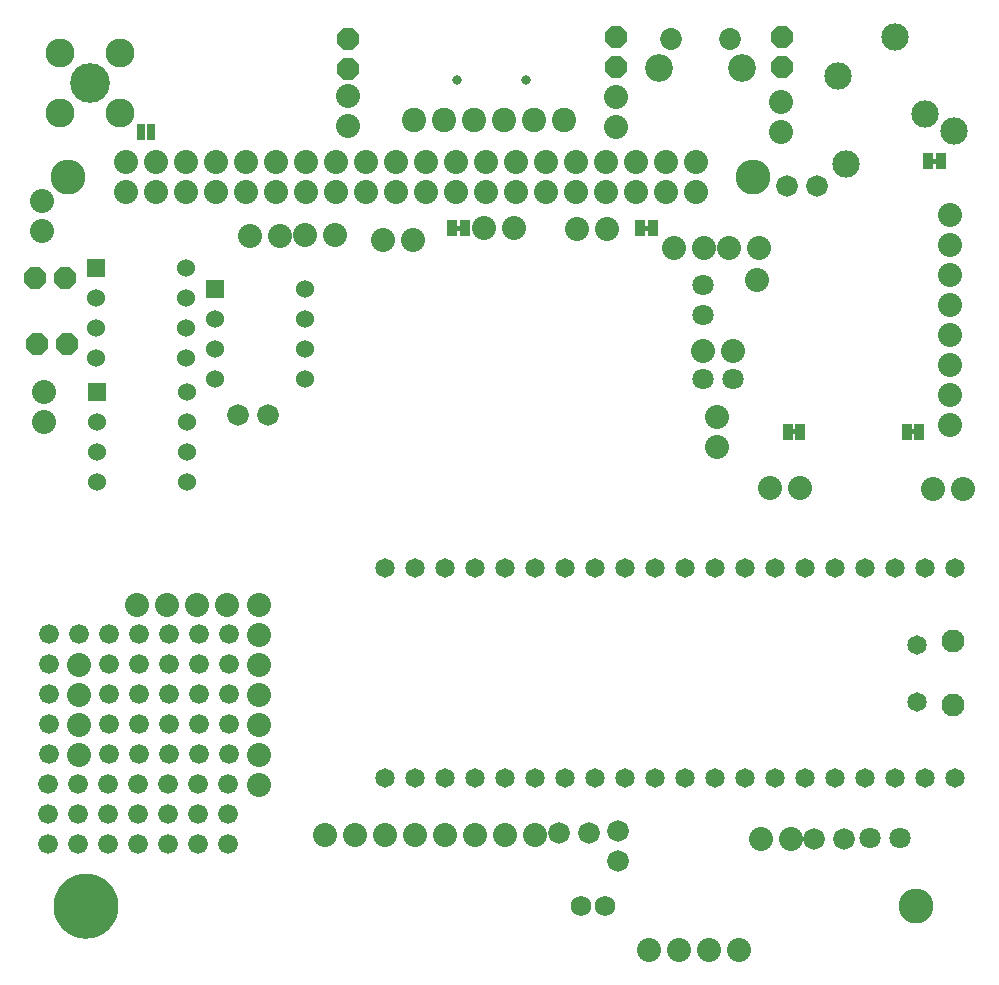
<source format=gbs>
G75*
%MOIN*%
%OFA0B0*%
%FSLAX25Y25*%
%IPPOS*%
%LPD*%
%AMOC8*
5,1,8,0,0,1.08239X$1,22.5*
%
%ADD10C,0.11624*%
%ADD11C,0.05000*%
%ADD12C,0.08000*%
%ADD13C,0.09600*%
%ADD14C,0.13261*%
%ADD15OC8,0.07200*%
%ADD16C,0.06506*%
%ADD17C,0.07687*%
%ADD18C,0.07100*%
%ADD19C,0.07200*%
%ADD20R,0.06000X0.06000*%
%ADD21C,0.06000*%
%ADD22C,0.09100*%
%ADD23C,0.03159*%
%ADD24C,0.08100*%
%ADD25R,0.03100X0.05600*%
%ADD26R,0.03200X0.05600*%
%ADD27C,0.00500*%
%ADD28C,0.06899*%
%ADD29C,0.09261*%
%ADD30C,0.07293*%
%ADD31C,0.06600*%
D10*
X0062220Y0049040D03*
X0056314Y0292064D03*
X0284661Y0292064D03*
X0338913Y0049040D03*
D11*
X0053831Y0049228D02*
X0053833Y0049431D01*
X0053841Y0049633D01*
X0053853Y0049835D01*
X0053871Y0050037D01*
X0053893Y0050238D01*
X0053920Y0050439D01*
X0053953Y0050639D01*
X0053990Y0050838D01*
X0054032Y0051036D01*
X0054078Y0051234D01*
X0054130Y0051429D01*
X0054186Y0051624D01*
X0054248Y0051817D01*
X0054313Y0052009D01*
X0054384Y0052199D01*
X0054459Y0052387D01*
X0054539Y0052573D01*
X0054623Y0052757D01*
X0054712Y0052939D01*
X0054806Y0053119D01*
X0054903Y0053296D01*
X0055005Y0053471D01*
X0055112Y0053644D01*
X0055222Y0053814D01*
X0055337Y0053981D01*
X0055455Y0054145D01*
X0055578Y0054306D01*
X0055705Y0054464D01*
X0055835Y0054619D01*
X0055969Y0054771D01*
X0056107Y0054919D01*
X0056249Y0055064D01*
X0056394Y0055206D01*
X0056542Y0055344D01*
X0056694Y0055478D01*
X0056849Y0055608D01*
X0057007Y0055735D01*
X0057168Y0055858D01*
X0057332Y0055976D01*
X0057499Y0056091D01*
X0057669Y0056201D01*
X0057842Y0056308D01*
X0058017Y0056410D01*
X0058194Y0056507D01*
X0058374Y0056601D01*
X0058556Y0056690D01*
X0058740Y0056774D01*
X0058926Y0056854D01*
X0059114Y0056929D01*
X0059304Y0057000D01*
X0059496Y0057065D01*
X0059689Y0057127D01*
X0059884Y0057183D01*
X0060079Y0057235D01*
X0060277Y0057281D01*
X0060475Y0057323D01*
X0060674Y0057360D01*
X0060874Y0057393D01*
X0061075Y0057420D01*
X0061276Y0057442D01*
X0061478Y0057460D01*
X0061680Y0057472D01*
X0061882Y0057480D01*
X0062085Y0057482D01*
X0062288Y0057480D01*
X0062490Y0057472D01*
X0062692Y0057460D01*
X0062894Y0057442D01*
X0063095Y0057420D01*
X0063296Y0057393D01*
X0063496Y0057360D01*
X0063695Y0057323D01*
X0063893Y0057281D01*
X0064091Y0057235D01*
X0064286Y0057183D01*
X0064481Y0057127D01*
X0064674Y0057065D01*
X0064866Y0057000D01*
X0065056Y0056929D01*
X0065244Y0056854D01*
X0065430Y0056774D01*
X0065614Y0056690D01*
X0065796Y0056601D01*
X0065976Y0056507D01*
X0066153Y0056410D01*
X0066328Y0056308D01*
X0066501Y0056201D01*
X0066671Y0056091D01*
X0066838Y0055976D01*
X0067002Y0055858D01*
X0067163Y0055735D01*
X0067321Y0055608D01*
X0067476Y0055478D01*
X0067628Y0055344D01*
X0067776Y0055206D01*
X0067921Y0055064D01*
X0068063Y0054919D01*
X0068201Y0054771D01*
X0068335Y0054619D01*
X0068465Y0054464D01*
X0068592Y0054306D01*
X0068715Y0054145D01*
X0068833Y0053981D01*
X0068948Y0053814D01*
X0069058Y0053644D01*
X0069165Y0053471D01*
X0069267Y0053296D01*
X0069364Y0053119D01*
X0069458Y0052939D01*
X0069547Y0052757D01*
X0069631Y0052573D01*
X0069711Y0052387D01*
X0069786Y0052199D01*
X0069857Y0052009D01*
X0069922Y0051817D01*
X0069984Y0051624D01*
X0070040Y0051429D01*
X0070092Y0051234D01*
X0070138Y0051036D01*
X0070180Y0050838D01*
X0070217Y0050639D01*
X0070250Y0050439D01*
X0070277Y0050238D01*
X0070299Y0050037D01*
X0070317Y0049835D01*
X0070329Y0049633D01*
X0070337Y0049431D01*
X0070339Y0049228D01*
X0070337Y0049025D01*
X0070329Y0048823D01*
X0070317Y0048621D01*
X0070299Y0048419D01*
X0070277Y0048218D01*
X0070250Y0048017D01*
X0070217Y0047817D01*
X0070180Y0047618D01*
X0070138Y0047420D01*
X0070092Y0047222D01*
X0070040Y0047027D01*
X0069984Y0046832D01*
X0069922Y0046639D01*
X0069857Y0046447D01*
X0069786Y0046257D01*
X0069711Y0046069D01*
X0069631Y0045883D01*
X0069547Y0045699D01*
X0069458Y0045517D01*
X0069364Y0045337D01*
X0069267Y0045160D01*
X0069165Y0044985D01*
X0069058Y0044812D01*
X0068948Y0044642D01*
X0068833Y0044475D01*
X0068715Y0044311D01*
X0068592Y0044150D01*
X0068465Y0043992D01*
X0068335Y0043837D01*
X0068201Y0043685D01*
X0068063Y0043537D01*
X0067921Y0043392D01*
X0067776Y0043250D01*
X0067628Y0043112D01*
X0067476Y0042978D01*
X0067321Y0042848D01*
X0067163Y0042721D01*
X0067002Y0042598D01*
X0066838Y0042480D01*
X0066671Y0042365D01*
X0066501Y0042255D01*
X0066328Y0042148D01*
X0066153Y0042046D01*
X0065976Y0041949D01*
X0065796Y0041855D01*
X0065614Y0041766D01*
X0065430Y0041682D01*
X0065244Y0041602D01*
X0065056Y0041527D01*
X0064866Y0041456D01*
X0064674Y0041391D01*
X0064481Y0041329D01*
X0064286Y0041273D01*
X0064091Y0041221D01*
X0063893Y0041175D01*
X0063695Y0041133D01*
X0063496Y0041096D01*
X0063296Y0041063D01*
X0063095Y0041036D01*
X0062894Y0041014D01*
X0062692Y0040996D01*
X0062490Y0040984D01*
X0062288Y0040976D01*
X0062085Y0040974D01*
X0061882Y0040976D01*
X0061680Y0040984D01*
X0061478Y0040996D01*
X0061276Y0041014D01*
X0061075Y0041036D01*
X0060874Y0041063D01*
X0060674Y0041096D01*
X0060475Y0041133D01*
X0060277Y0041175D01*
X0060079Y0041221D01*
X0059884Y0041273D01*
X0059689Y0041329D01*
X0059496Y0041391D01*
X0059304Y0041456D01*
X0059114Y0041527D01*
X0058926Y0041602D01*
X0058740Y0041682D01*
X0058556Y0041766D01*
X0058374Y0041855D01*
X0058194Y0041949D01*
X0058017Y0042046D01*
X0057842Y0042148D01*
X0057669Y0042255D01*
X0057499Y0042365D01*
X0057332Y0042480D01*
X0057168Y0042598D01*
X0057007Y0042721D01*
X0056849Y0042848D01*
X0056694Y0042978D01*
X0056542Y0043112D01*
X0056394Y0043250D01*
X0056249Y0043392D01*
X0056107Y0043537D01*
X0055969Y0043685D01*
X0055835Y0043837D01*
X0055705Y0043992D01*
X0055578Y0044150D01*
X0055455Y0044311D01*
X0055337Y0044475D01*
X0055222Y0044642D01*
X0055112Y0044812D01*
X0055005Y0044985D01*
X0054903Y0045160D01*
X0054806Y0045337D01*
X0054712Y0045517D01*
X0054623Y0045699D01*
X0054539Y0045883D01*
X0054459Y0046069D01*
X0054384Y0046257D01*
X0054313Y0046447D01*
X0054248Y0046639D01*
X0054186Y0046832D01*
X0054130Y0047027D01*
X0054078Y0047222D01*
X0054032Y0047420D01*
X0053990Y0047618D01*
X0053953Y0047817D01*
X0053920Y0048017D01*
X0053893Y0048218D01*
X0053871Y0048419D01*
X0053853Y0048621D01*
X0053841Y0048823D01*
X0053833Y0049025D01*
X0053831Y0049228D01*
D12*
X0059835Y0099628D03*
X0059835Y0109628D03*
X0059835Y0119628D03*
X0059835Y0129628D03*
X0079135Y0149628D03*
X0089135Y0149628D03*
X0099135Y0149628D03*
X0109135Y0149628D03*
X0119835Y0149528D03*
X0119835Y0139528D03*
X0119835Y0129528D03*
X0119835Y0119528D03*
X0119835Y0109528D03*
X0119835Y0099528D03*
X0119835Y0089528D03*
X0142035Y0072928D03*
X0152035Y0072928D03*
X0162035Y0072928D03*
X0172035Y0072928D03*
X0182035Y0072928D03*
X0192035Y0072928D03*
X0202035Y0072928D03*
X0212035Y0072928D03*
X0250035Y0034628D03*
X0260035Y0034628D03*
X0270035Y0034628D03*
X0280035Y0034628D03*
X0287335Y0071628D03*
X0297335Y0071628D03*
X0344635Y0188128D03*
X0354635Y0188128D03*
X0350135Y0209428D03*
X0350135Y0219428D03*
X0350135Y0229428D03*
X0350135Y0239428D03*
X0350135Y0249428D03*
X0350135Y0259428D03*
X0350135Y0269428D03*
X0350135Y0279428D03*
X0293785Y0307028D03*
X0293785Y0317028D03*
X0265645Y0297064D03*
X0255645Y0297064D03*
X0245645Y0297064D03*
X0235645Y0297064D03*
X0225645Y0297064D03*
X0215645Y0297064D03*
X0205645Y0297064D03*
X0195645Y0297064D03*
X0185645Y0297064D03*
X0175645Y0297064D03*
X0165645Y0297064D03*
X0155645Y0297064D03*
X0145645Y0297064D03*
X0135645Y0297064D03*
X0125645Y0297064D03*
X0115645Y0297064D03*
X0105645Y0297064D03*
X0095645Y0297064D03*
X0085645Y0297064D03*
X0075645Y0297064D03*
X0075645Y0287064D03*
X0085645Y0287064D03*
X0095645Y0287064D03*
X0105645Y0287064D03*
X0115645Y0287064D03*
X0125645Y0287064D03*
X0135645Y0287064D03*
X0145645Y0287064D03*
X0155645Y0287064D03*
X0165645Y0287064D03*
X0175645Y0287064D03*
X0185645Y0287064D03*
X0195645Y0287064D03*
X0205645Y0287064D03*
X0215645Y0287064D03*
X0225645Y0287064D03*
X0235645Y0287064D03*
X0245645Y0287064D03*
X0255645Y0287064D03*
X0265645Y0287064D03*
X0268335Y0268628D03*
X0276635Y0268528D03*
X0286635Y0268528D03*
X0285935Y0257828D03*
X0277835Y0234228D03*
X0267835Y0234228D03*
X0272735Y0212028D03*
X0272735Y0202028D03*
X0290435Y0188528D03*
X0300435Y0188528D03*
X0258335Y0268628D03*
X0236035Y0274728D03*
X0226035Y0274728D03*
X0205035Y0275028D03*
X0195035Y0275028D03*
X0171135Y0271228D03*
X0161135Y0271228D03*
X0145135Y0272728D03*
X0135135Y0272728D03*
X0126835Y0272628D03*
X0116835Y0272628D03*
X0149535Y0309278D03*
X0149535Y0319278D03*
X0238935Y0318828D03*
X0238935Y0308828D03*
X0047735Y0284128D03*
X0047735Y0274128D03*
X0048335Y0220528D03*
X0048335Y0210528D03*
D13*
X0053627Y0313334D03*
X0073627Y0313334D03*
X0073627Y0333334D03*
X0053627Y0333334D03*
D14*
X0063627Y0323334D03*
D15*
X0055435Y0258528D03*
X0045435Y0258528D03*
X0045835Y0236428D03*
X0055835Y0236428D03*
X0149635Y0328178D03*
X0149635Y0338178D03*
X0238885Y0338728D03*
X0238885Y0328728D03*
X0294235Y0328828D03*
X0294235Y0338828D03*
D16*
X0291835Y0161728D03*
X0281835Y0161728D03*
X0271835Y0161728D03*
X0261835Y0161728D03*
X0251835Y0161728D03*
X0241835Y0161728D03*
X0231835Y0161728D03*
X0221835Y0161728D03*
X0211835Y0161728D03*
X0201835Y0161728D03*
X0191835Y0161728D03*
X0181835Y0161728D03*
X0171835Y0161728D03*
X0161835Y0161728D03*
X0161835Y0091728D03*
X0171835Y0091728D03*
X0181835Y0091728D03*
X0191835Y0091728D03*
X0201835Y0091728D03*
X0211835Y0091728D03*
X0221835Y0091728D03*
X0231835Y0091728D03*
X0241835Y0091728D03*
X0251835Y0091728D03*
X0261835Y0091728D03*
X0271835Y0091728D03*
X0281835Y0091728D03*
X0291835Y0091728D03*
X0301835Y0091728D03*
X0311835Y0091728D03*
X0321835Y0091728D03*
X0331835Y0091728D03*
X0341835Y0091728D03*
X0351835Y0091728D03*
X0339394Y0117180D03*
X0339394Y0136275D03*
X0341835Y0161728D03*
X0351835Y0161728D03*
X0331835Y0161728D03*
X0321835Y0161728D03*
X0311835Y0161728D03*
X0301835Y0161728D03*
D17*
X0351323Y0137456D03*
X0351323Y0115999D03*
D18*
X0333735Y0071928D03*
X0323735Y0071928D03*
X0277835Y0224728D03*
X0267835Y0224728D03*
X0267835Y0246228D03*
X0267835Y0256228D03*
D19*
X0295835Y0289028D03*
X0305835Y0289028D03*
X0122935Y0212828D03*
X0112935Y0212828D03*
X0219935Y0073628D03*
X0229935Y0073628D03*
X0239635Y0074028D03*
X0239635Y0064028D03*
X0305035Y0071628D03*
X0315035Y0071628D03*
D20*
X0105435Y0254928D03*
X0065735Y0261728D03*
X0065835Y0220528D03*
D21*
X0065835Y0210528D03*
X0065835Y0200528D03*
X0065835Y0190528D03*
X0095835Y0190528D03*
X0095835Y0200528D03*
X0095835Y0210528D03*
X0095835Y0220528D03*
X0105435Y0224928D03*
X0105435Y0234928D03*
X0105435Y0244928D03*
X0095735Y0241728D03*
X0095735Y0231728D03*
X0095735Y0251728D03*
X0095735Y0261728D03*
X0065735Y0251728D03*
X0065735Y0241728D03*
X0065735Y0231728D03*
X0135435Y0234928D03*
X0135435Y0244928D03*
X0135435Y0254928D03*
X0135435Y0224928D03*
D22*
X0313035Y0325828D03*
X0332035Y0338728D03*
X0341935Y0313028D03*
X0351635Y0307628D03*
X0315535Y0296528D03*
D23*
X0208813Y0324317D03*
X0186057Y0324317D03*
D24*
X0181735Y0311128D03*
X0191735Y0311128D03*
X0201735Y0311128D03*
X0211735Y0311128D03*
X0221735Y0311128D03*
X0171735Y0311128D03*
D25*
X0083935Y0307128D03*
X0080735Y0307128D03*
D26*
X0184385Y0275128D03*
X0188485Y0275128D03*
X0247085Y0275028D03*
X0251185Y0275028D03*
X0296285Y0207228D03*
X0300385Y0207228D03*
X0335885Y0207228D03*
X0339985Y0207228D03*
X0343085Y0297328D03*
X0347185Y0297328D03*
D27*
X0345885Y0297528D02*
X0344385Y0297528D01*
X0344385Y0297828D02*
X0344385Y0296828D01*
X0345885Y0296828D01*
X0345885Y0297828D01*
X0344385Y0297828D01*
X0344385Y0297030D02*
X0345885Y0297030D01*
X0338685Y0207728D02*
X0337185Y0207728D01*
X0337185Y0206728D01*
X0338685Y0206728D01*
X0338685Y0207728D01*
X0338685Y0207298D02*
X0337185Y0207298D01*
X0337185Y0206799D02*
X0338685Y0206799D01*
X0299085Y0206799D02*
X0297585Y0206799D01*
X0297585Y0206728D02*
X0299085Y0206728D01*
X0299085Y0207728D01*
X0297585Y0207728D01*
X0297585Y0206728D01*
X0297585Y0207298D02*
X0299085Y0207298D01*
X0249885Y0274528D02*
X0249885Y0275528D01*
X0248385Y0275528D01*
X0248385Y0274528D01*
X0249885Y0274528D01*
X0249885Y0274597D02*
X0248385Y0274597D01*
X0248385Y0275095D02*
X0249885Y0275095D01*
X0187185Y0275095D02*
X0185685Y0275095D01*
X0185685Y0274628D02*
X0185685Y0275628D01*
X0187185Y0275628D01*
X0187185Y0274628D01*
X0185685Y0274628D01*
X0185685Y0275594D02*
X0187185Y0275594D01*
D28*
X0227298Y0049162D03*
X0235172Y0049162D03*
D29*
X0253255Y0328385D03*
X0280814Y0328385D03*
D30*
X0276877Y0338228D03*
X0257192Y0338228D03*
D31*
X0109935Y0139728D03*
X0099935Y0139728D03*
X0089935Y0139728D03*
X0079935Y0139728D03*
X0069935Y0139728D03*
X0059935Y0139728D03*
X0049935Y0139728D03*
X0049935Y0129728D03*
X0049935Y0119728D03*
X0049935Y0109728D03*
X0049935Y0099728D03*
X0049535Y0089828D03*
X0059535Y0089828D03*
X0069535Y0089828D03*
X0069935Y0099728D03*
X0069935Y0109728D03*
X0069935Y0119728D03*
X0069935Y0129728D03*
X0079935Y0129728D03*
X0089935Y0129728D03*
X0089935Y0119728D03*
X0079935Y0119728D03*
X0079935Y0109728D03*
X0089935Y0109728D03*
X0099935Y0109728D03*
X0099935Y0119728D03*
X0099935Y0129728D03*
X0109935Y0129728D03*
X0109935Y0119728D03*
X0109935Y0109728D03*
X0109935Y0099728D03*
X0109535Y0089828D03*
X0099535Y0089828D03*
X0099935Y0099728D03*
X0089935Y0099728D03*
X0089535Y0089828D03*
X0079535Y0089828D03*
X0079935Y0099728D03*
X0079535Y0079828D03*
X0089535Y0079828D03*
X0089535Y0069828D03*
X0079535Y0069828D03*
X0069535Y0069828D03*
X0069535Y0079828D03*
X0059535Y0079828D03*
X0049535Y0079828D03*
X0049535Y0069828D03*
X0059535Y0069828D03*
X0099535Y0069828D03*
X0099535Y0079828D03*
X0109535Y0079828D03*
X0109535Y0069828D03*
M02*

</source>
